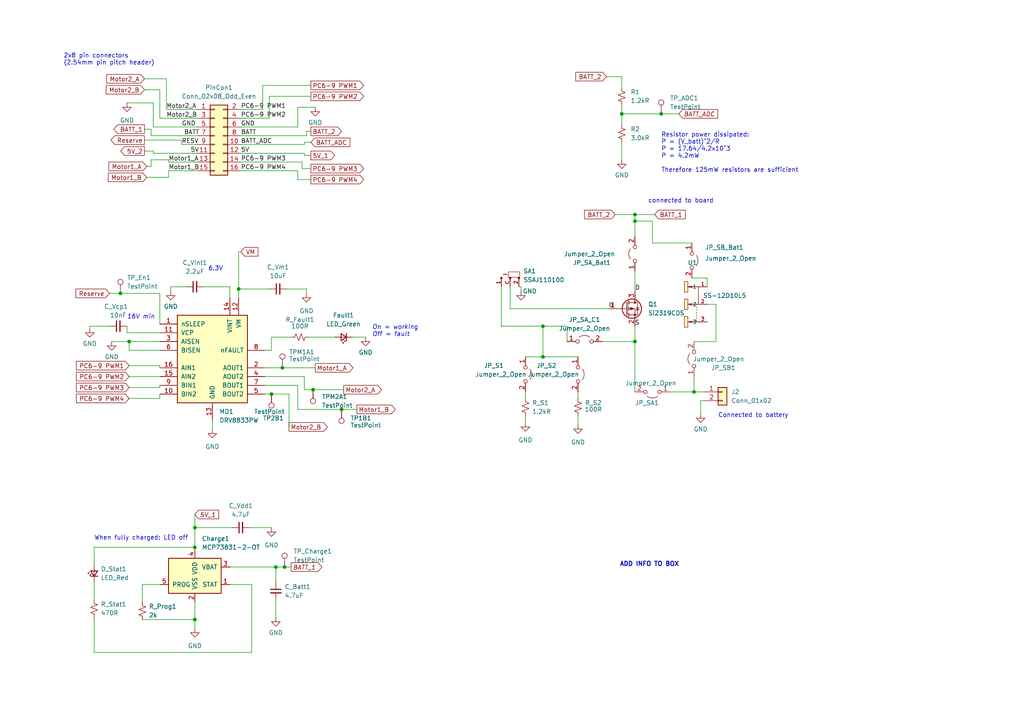
<source format=kicad_sch>
(kicad_sch (version 20211123) (generator eeschema)
  (paper "A4")
  (lib_symbols
    (symbol "Battery_Management:MCP73831-2-OT" (pin_names (offset 1.016))
      (property "Reference" "U" (at -7.62 6.35 0))
      (property "Value" "MCP73831-2-OT" (at 1.27 6.35 0))
      (symbol "MCP73831-2-OT_0_1"
        (rectangle (start -7.62 5.08) (end 7.62 -5.08) (stroke (width 0.254)) (fill (type background)))
      )
      (symbol "MCP73831-2-OT_1_1"
        (pin output line (at 10.16 -2.54 180) (length 2.54) (name "STAT") (number "1"))
        (pin power_in line (at 0 -7.62 90) (length 2.54) (name "VSS") (number "2"))
        (pin power_out line (at 10.16 2.54 180) (length 2.54) (name "VBAT") (number "3"))
        (pin power_in line (at 0 7.62 270) (length 2.54) (name "VDD") (number "4"))
        (pin input line (at -10.16 -2.54 0) (length 2.54) (name "PROG") (number "5"))
      )
    )
    (symbol "Connector:TestPoint" (pin_numbers hide) (pin_names (offset 0.762) hide)
      (property "Reference" "TP" (at 0 6.858 0))
      (property "Value" "TestPoint" (at 0 5.08 0))
      (symbol "TestPoint_0_1"
        (circle (center 0 3.302) (radius 0.762))
      )
      (symbol "TestPoint_1_1"
        (pin passive line (at 0 0 90) (length 2.54) (name "1") (number "1"))
      )
    )
    (symbol "Connector_Generic:Conn_01x02" (pin_names (offset 1.016) hide)
      (property "Reference" "J" (at 0 2.54 0))
      (property "Value" "Conn_01x02" (at 0 -5.08 0))
      (symbol "Conn_01x02_1_1"
        (rectangle (start -1.27 -2.413) (end 0 -2.667) (stroke (width 0.1524)))
        (rectangle (start -1.27 0.127) (end 0 -0.127) (stroke (width 0.1524)))
        (rectangle (start -1.27 1.27) (end 1.27 -3.81) (stroke (width 0.254)) (fill (type background)))
        (pin passive line (at -5.08 0 0) (length 3.81) (name "Pin_1") (number "1"))
        (pin passive line (at -5.08 -2.54 0) (length 3.81) (name "Pin_2") (number "2"))
      )
    )
    (symbol "Connector_Generic:Conn_02x08_Odd_Even" (pin_names (offset 1.016) hide)
      (property "Reference" "J" (at 1.27 10.16 0))
      (property "Value" "Conn_02x08_Odd_Even" (at 1.27 -12.7 0))
      (symbol "Conn_02x08_Odd_Even_1_1"
        (rectangle (start -1.27 -10.033) (end 0 -10.287) (stroke (width 0.1524)))
        (rectangle (start -1.27 -7.493) (end 0 -7.747) (stroke (width 0.1524)))
        (rectangle (start -1.27 -4.953) (end 0 -5.207) (stroke (width 0.1524)))
        (rectangle (start -1.27 -2.413) (end 0 -2.667) (stroke (width 0.1524)))
        (rectangle (start -1.27 0.127) (end 0 -0.127) (stroke (width 0.1524)))
        (rectangle (start -1.27 2.667) (end 0 2.413) (stroke (width 0.1524)))
        (rectangle (start -1.27 5.207) (end 0 4.953) (stroke (width 0.1524)))
        (rectangle (start -1.27 7.747) (end 0 7.493) (stroke (width 0.1524)))
        (rectangle (start -1.27 8.89) (end 3.81 -11.43) (stroke (width 0.254)) (fill (type background)))
        (rectangle (start 3.81 -10.033) (end 2.54 -10.287) (stroke (width 0.1524)))
        (rectangle (start 3.81 -7.493) (end 2.54 -7.747) (stroke (width 0.1524)))
        (rectangle (start 3.81 -4.953) (end 2.54 -5.207) (stroke (width 0.1524)))
        (rectangle (start 3.81 -2.413) (end 2.54 -2.667) (stroke (width 0.1524)))
        (rectangle (start 3.81 0.127) (end 2.54 -0.127) (stroke (width 0.1524)))
        (rectangle (start 3.81 2.667) (end 2.54 2.413) (stroke (width 0.1524)))
        (rectangle (start 3.81 5.207) (end 2.54 4.953) (stroke (width 0.1524)))
        (rectangle (start 3.81 7.747) (end 2.54 7.493) (stroke (width 0.1524)))
        (pin passive line (at -5.08 7.62 0) (length 3.81) (name "Pin_1") (number "1"))
        (pin passive line (at 7.62 -2.54 180) (length 3.81) (name "Pin_10") (number "10"))
        (pin passive line (at -5.08 -5.08 0) (length 3.81) (name "Pin_11") (number "11"))
        (pin passive line (at 7.62 -5.08 180) (length 3.81) (name "Pin_12") (number "12"))
        (pin passive line (at -5.08 -7.62 0) (length 3.81) (name "Pin_13") (number "13"))
        (pin passive line (at 7.62 -7.62 180) (length 3.81) (name "Pin_14") (number "14"))
        (pin passive line (at -5.08 -10.16 0) (length 3.81) (name "Pin_15") (number "15"))
        (pin passive line (at 7.62 -10.16 180) (length 3.81) (name "Pin_16") (number "16"))
        (pin passive line (at 7.62 7.62 180) (length 3.81) (name "Pin_2") (number "2"))
        (pin passive line (at -5.08 5.08 0) (length 3.81) (name "Pin_3") (number "3"))
        (pin passive line (at 7.62 5.08 180) (length 3.81) (name "Pin_4") (number "4"))
        (pin passive line (at -5.08 2.54 0) (length 3.81) (name "Pin_5") (number "5"))
        (pin passive line (at 7.62 2.54 180) (length 3.81) (name "Pin_6") (number "6"))
        (pin passive line (at -5.08 0 0) (length 3.81) (name "Pin_7") (number "7"))
        (pin passive line (at 7.62 0 180) (length 3.81) (name "Pin_8") (number "8"))
        (pin passive line (at -5.08 -2.54 0) (length 3.81) (name "Pin_9") (number "9"))
      )
    )
    (symbol "Device:C_Small" (pin_numbers hide) (pin_names (offset 0.254) hide)
      (property "Reference" "C" (at 0.254 1.778 0))
      (property "Value" "C_Small" (at 0.254 -2.032 0))
      (symbol "C_Small_0_1"
        (polyline (pts (xy -1.524 -0.508) (xy 1.524 -0.508)) (stroke (width 0.3302)))
        (polyline (pts (xy -1.524 0.508) (xy 1.524 0.508)) (stroke (width 0.3048)))
      )
      (symbol "C_Small_1_1"
        (pin passive line (at 0 2.54 270) (length 2.032) (name "~") (number "1"))
        (pin passive line (at 0 -2.54 90) (length 2.032) (name "~") (number "2"))
      )
    )
    (symbol "Device:LED_Small" (pin_numbers hide) (pin_names (offset 0.254) hide)
      (property "Reference" "D" (at -1.27 3.175 0))
      (property "Value" "LED_Small" (at -4.445 -2.54 0))
      (symbol "LED_Small_0_1"
        (polyline (pts (xy -0.762 -1.016) (xy -0.762 1.016)) (stroke (width 0.254)))
        (polyline (pts (xy 1.016 0) (xy -0.762 0)))
        (polyline (pts (xy 0.762 -1.016) (xy -0.762 0) (xy 0.762 1.016) (xy 0.762 -1.016)) (stroke (width 0.254)))
        (polyline (pts (xy 0 0.762) (xy -0.508 1.27) (xy -0.254 1.27) (xy -0.508 1.27) (xy -0.508 1.016)))
        (polyline (pts (xy 0.508 1.27) (xy 0 1.778) (xy 0.254 1.778) (xy 0 1.778) (xy 0 1.524)))
      )
      (symbol "LED_Small_1_1"
        (pin passive line (at -2.54 0 0) (length 1.778) (name "K") (number "1"))
        (pin passive line (at 2.54 0 180) (length 1.778) (name "A") (number "2"))
      )
    )
    (symbol "Device:R_Small_US" (pin_numbers hide) (pin_names (offset 0.254) hide)
      (property "Reference" "R" (at 0.762 0.508 0))
      (property "Value" "R_Small_US" (at 0.762 -1.016 0))
      (symbol "R_Small_US_1_1"
        (polyline (pts (xy 0 0) (xy 1.016 -0.381) (xy 0 -0.762) (xy -1.016 -1.143) (xy 0 -1.524)))
        (polyline (pts (xy 0 1.524) (xy 1.016 1.143) (xy 0 0.762) (xy -1.016 0.381) (xy 0 0)))
        (pin passive line (at 0 2.54 270) (length 1.016) (name "~") (number "1"))
        (pin passive line (at 0 -2.54 90) (length 1.016) (name "~") (number "2"))
      )
    )
    (symbol "Driver_Motor:DRV8833PW" (pin_names (offset 1.016))
      (property "Reference" "U" (at -3.81 16.51 0))
      (property "Value" "DRV8833PW" (at -3.81 13.97 0))
      (symbol "DRV8833PW_0_1"
        (rectangle (start -10.16 12.7) (end 10.16 -12.7) (stroke (width 0.254)) (fill (type background)))
      )
      (symbol "DRV8833PW_1_1"
        (pin input line (at -15.24 10.16 0) (length 5.08) (name "nSLEEP") (number "1"))
        (pin input line (at -15.24 -10.16 0) (length 5.08) (name "BIN2") (number "10"))
        (pin bidirectional line (at -15.24 7.62 0) (length 5.08) (name "VCP") (number "11"))
        (pin power_in line (at 7.62 17.78 270) (length 5.08) (name "VM") (number "12"))
        (pin power_in line (at 0 -17.78 90) (length 5.08) (name "GND") (number "13"))
        (pin power_in line (at 5.08 17.78 270) (length 5.08) (name "VINT") (number "14"))
        (pin input line (at -15.24 -5.08 0) (length 5.08) (name "AIN2") (number "15"))
        (pin input line (at -15.24 -2.54 0) (length 5.08) (name "AIN1") (number "16"))
        (pin power_out line (at 15.24 -2.54 180) (length 5.08) (name "AOUT1") (number "2"))
        (pin bidirectional line (at -15.24 5.08 0) (length 5.08) (name "AISEN") (number "3"))
        (pin power_out line (at 15.24 -5.08 180) (length 5.08) (name "AOUT2") (number "4"))
        (pin power_out line (at 15.24 -10.16 180) (length 5.08) (name "BOUT2") (number "5"))
        (pin bidirectional line (at -15.24 2.54 0) (length 5.08) (name "BISEN") (number "6"))
        (pin power_out line (at 15.24 -7.62 180) (length 5.08) (name "BOUT1") (number "7"))
        (pin open_collector line (at 15.24 2.54 180) (length 5.08) (name "nFAULT") (number "8"))
        (pin input line (at -15.24 -7.62 0) (length 5.08) (name "BIN1") (number "9"))
      )
    )
    (symbol "Jumper:Jumper_2_Open" (pin_names (offset 0) hide)
      (property "Reference" "JP" (at 0 2.794 0))
      (property "Value" "Jumper_2_Open" (at 0 -2.286 0))
      (symbol "Jumper_2_Open_0_0"
        (circle (center -2.032 0) (radius 0.508))
        (circle (center 2.032 0) (radius 0.508))
      )
      (symbol "Jumper_2_Open_0_1"
        (arc (start 1.524 1.27) (mid 0 1.778) (end -1.524 1.27))
      )
      (symbol "Jumper_2_Open_1_1"
        (pin passive line (at -5.08 0 0) (length 2.54) (name "A") (number "1"))
        (pin passive line (at 5.08 0 180) (length 2.54) (name "B") (number "2"))
      )
    )
    (symbol "SS-12D10L5:SS-12D10L5"
      (property "Reference" "U" (at 0 1.27 0))
      (property "Value" "SS-12D10L5" (at 0 -2.54 0))
      (symbol "SS-12D10L5_0_1"
        (rectangle (start -6.604 -3.048) (end -3.556 -4.064) (fill (type background)))
        (rectangle (start -1.524 -3.048) (end 1.524 -4.064) (fill (type background)))
        (polyline (pts (xy -5.08 -3.048) (xy -5.334 -1.778)))
        (polyline (pts (xy -5.08 -3.048) (xy -4.826 -1.778)))
        (polyline (pts (xy 0 -3.048) (xy -0.254 -1.778)))
        (polyline (pts (xy 0 -3.048) (xy 0.254 -1.778)))
        (polyline (pts (xy 0 0) (xy 0 -1.27)))
        (polyline (pts (xy 0.762 -0.508) (xy 1.016 -0.508)))
        (polyline (pts (xy 1.524 -0.508) (xy 1.778 -0.508)))
        (polyline (pts (xy 2.286 -0.508) (xy 2.54 -0.508)))
        (polyline (pts (xy 3.048 -0.508) (xy 3.302 -0.508)))
        (polyline (pts (xy 3.81 -0.508) (xy 4.064 -0.508)))
        (polyline (pts (xy 4.572 -0.508) (xy 4.826 -0.508)))
        (polyline (pts (xy 5.08 -3.048) (xy 4.826 -1.778)))
        (polyline (pts (xy 5.08 -3.048) (xy 5.334 -1.778)))
        (polyline (pts (xy 5.08 0.635) (xy 5.08 -0.635)))
        (polyline (pts (xy 0 -2.54) (xy 0 -0.508) (xy 0.254 -0.508)))
        (polyline (pts (xy 4.826 -0.508) (xy 5.08 -0.508) (xy 5.08 -2.54)))
        (polyline (pts (xy -5.08 -3.048) (xy -5.08 0) (xy -2.54 0) (xy 0 0)))
        (rectangle (start 3.556 -3.048) (end 6.604 -4.064) (fill (type background)))
        (pin unspecified line (at -5.08 2.54 270) (length 2.54) (name "1") (number "1"))
        (pin unspecified line (at 0 2.54 270) (length 2.54) (name "2") (number "2"))
        (pin unspecified line (at 5.08 2.54 270) (length 2.54) (name "3") (number "3"))
      )
    )
    (symbol "SSAJ110100:SSAJ110100" (pin_names (offset 1.016))
      (property "Reference" "S" (at -2.5432 5.08 0))
      (property "Value" "SSAJ110100" (at -2.5411 -5.7158 0))
      (symbol "SSAJ110100_0_0"
        (circle (center 0 -2.54) (radius 0.2) (stroke (width 0.3)))
        (polyline (pts (xy 0.254 0.508) (xy 0.254 -2.794)) (stroke (width 0.127)))
        (polyline (pts (xy 0.254 0.508) (xy 1.778 0.508)) (stroke (width 0.127)))
        (polyline (pts (xy 1.016 0.508) (xy 1.016 1.27)) (stroke (width 0.127)))
        (polyline (pts (xy 1.016 1.27) (xy 1.016 2.032)) (stroke (width 0.127)))
        (polyline (pts (xy 1.016 2.032) (xy 1.27 1.27)) (stroke (width 0.127)))
        (polyline (pts (xy 1.27 1.27) (xy 1.016 1.27)) (stroke (width 0.127)))
        (polyline (pts (xy 1.778 -2.794) (xy 0.254 -2.794)) (stroke (width 0.127)))
        (polyline (pts (xy 1.778 0.508) (xy 1.778 -2.794)) (stroke (width 0.127)))
        (circle (center 0 0) (radius 0.2) (stroke (width 0.3)))
        (circle (center 0 2.54) (radius 0.2) (stroke (width 0.3)))
        (pin passive line (at -2.54 2.54 0) (length 2.54) (name "~") (number "1"))
        (pin passive line (at -2.54 -2.54 0) (length 2.54) (name "~") (number "2"))
        (pin passive line (at -2.54 0 0) (length 2.54) (name "~") (number "C"))
      )
    )
    (symbol "Transistor_FET:Si2319CDS" (pin_names hide)
      (property "Reference" "Q" (at 5.08 1.905 0))
      (property "Value" "Si2319CDS" (at 5.08 0 0))
      (symbol "Si2319CDS_0_1"
        (polyline (pts (xy 0.254 0) (xy -2.54 0)))
        (polyline (pts (xy 0.254 1.905) (xy 0.254 -1.905)) (stroke (width 0.254)))
        (polyline (pts (xy 0.762 -1.27) (xy 0.762 -2.286)) (stroke (width 0.254)))
        (polyline (pts (xy 0.762 0.508) (xy 0.762 -0.508)) (stroke (width 0.254)))
        (polyline (pts (xy 0.762 2.286) (xy 0.762 1.27)) (stroke (width 0.254)))
        (polyline (pts (xy 2.54 2.54) (xy 2.54 1.778)))
        (polyline (pts (xy 2.54 -2.54) (xy 2.54 0) (xy 0.762 0)))
        (polyline (pts (xy 0.762 1.778) (xy 3.302 1.778) (xy 3.302 -1.778) (xy 0.762 -1.778)))
        (polyline (pts (xy 2.286 0) (xy 1.27 0.381) (xy 1.27 -0.381) (xy 2.286 0)) (fill (type outline)))
        (polyline (pts (xy 2.794 -0.508) (xy 2.921 -0.381) (xy 3.683 -0.381) (xy 3.81 -0.254)))
        (polyline (pts (xy 3.302 -0.381) (xy 2.921 0.254) (xy 3.683 0.254) (xy 3.302 -0.381)))
        (circle (center 1.651 0) (radius 2.794) (stroke (width 0.254)))
        (circle (center 2.54 -1.778) (radius 0.254) (fill (type outline)))
        (circle (center 2.54 1.778) (radius 0.254) (fill (type outline)))
      )
      (symbol "Si2319CDS_1_1"
        (pin input line (at -5.08 0 0) (length 2.54) (name "G") (number "1"))
        (pin passive line (at 2.54 -5.08 90) (length 2.54) (name "S") (number "2"))
        (pin passive line (at 2.54 5.08 270) (length 2.54) (name "D") (number "3"))
      )
    )
    (symbol "power:GND" (power) (pin_names (offset 0))
      (property "Value" "GND" (at 0 -3.81 0))
      (symbol "GND_0_1"
        (polyline (pts (xy 0 0) (xy 0 -1.27) (xy 1.27 -1.27) (xy 0 -2.54) (xy -1.27 -1.27) (xy 0 -1.27)))
      )
      (symbol "GND_1_1"
        (pin power_in line (at 0 0 270) (length 0) hide (name "GND") (number "1"))
      )
    )
  )
  (junction (at 90.805 113.03))
  (junction (at 157.48 103.505))
  (junction (at 56.515 179.705))
  (junction (at 56.515 158.75))
  (junction (at 37.465 99.06))
  (junction (at 201.295 113.665))
  (junction (at 191.77 33.02))
  (junction (at 78.74 114.3))
  (junction (at 34.925 85.09))
  (junction (at 184.15 64.135))
  (junction (at 80.01 164.465))
  (junction (at 81.915 106.68))
  (junction (at 184.15 99.06))
  (junction (at 180.34 33.02))
  (junction (at 157.48 94.615))
  (junction (at 184.15 62.23))
  (junction (at 99.06 118.745))
  (junction (at 56.515 153.035))
  (junction (at 82.55 164.465))
  (junction (at 69.215 83.82))
  (wire (pts (xy 48.895 49.53) (xy 57.15 49.53)))
  (wire (pts (xy 203.2 116.205) (xy 204.47 116.205)))
  (wire (pts (xy 90.805 113.03) (xy 99.695 113.03)))
  (wire (pts (xy 56.515 174.625) (xy 56.515 179.705)))
  (wire (pts (xy 56.515 149.225) (xy 56.515 153.035)))
  (wire (pts (xy 46.355 26.035) (xy 41.91 26.035)))
  (wire (pts (xy 46.355 85.09) (xy 34.925 85.09)))
  (wire (pts (xy 78.74 97.79) (xy 78.74 101.6)))
  (wire (pts (xy 87.63 48.895) (xy 90.17 48.895)))
  (wire (pts (xy 180.34 41.275) (xy 180.34 46.355)))
  (wire (pts (xy 43.815 39.37) (xy 57.15 39.37)))
  (wire (pts (xy 78.105 27.94) (xy 90.17 27.94)))
  (wire (pts (xy 200.66 70.485) (xy 189.23 70.485)))
  (wire (pts (xy 180.34 22.225) (xy 175.895 22.225)))
  (wire (pts (xy 167.64 120.65) (xy 167.64 123.19)))
  (wire (pts (xy 42.545 51.435) (xy 48.895 51.435)))
  (wire (pts (xy 203.2 120.015) (xy 203.2 116.205)))
  (wire (pts (xy 48.26 22.86) (xy 48.26 31.75)))
  (wire (pts (xy 46.355 101.6) (xy 37.465 101.6)))
  (wire (pts (xy 69.85 36.83) (xy 86.36 36.83)))
  (wire (pts (xy 69.215 83.82) (xy 69.215 86.36)))
  (wire (pts (xy 145.415 94.615) (xy 157.48 94.615)))
  (wire (pts (xy 184.15 64.135) (xy 184.15 68.58)))
  (wire (pts (xy 80.01 168.91) (xy 80.01 164.465)))
  (wire (pts (xy 46.355 34.29) (xy 46.355 26.035)))
  (wire (pts (xy 194.31 113.665) (xy 201.295 113.665)))
  (wire (pts (xy 76.835 106.68) (xy 81.915 106.68)))
  (wire (pts (xy 184.15 99.06) (xy 184.15 113.665)))
  (wire (pts (xy 201.295 109.22) (xy 201.295 113.665)))
  (wire (pts (xy 41.275 179.705) (xy 56.515 179.705)))
  (wire (pts (xy 37.465 112.395) (xy 46.355 112.395)))
  (wire (pts (xy 69.85 49.53) (xy 86.36 49.53)))
  (wire (pts (xy 78.74 101.6) (xy 76.835 101.6)))
  (wire (pts (xy 86.36 49.53) (xy 86.36 52.07)))
  (wire (pts (xy 88.265 44.45) (xy 88.265 45.085)))
  (wire (pts (xy 43.815 39.37) (xy 43.815 37.465)))
  (wire (pts (xy 66.675 169.545) (xy 73.025 169.545)))
  (wire (pts (xy 86.36 31.115) (xy 91.44 31.115)))
  (wire (pts (xy 48.895 49.53) (xy 48.895 51.435)))
  (wire (pts (xy 99.06 118.745) (xy 86.36 118.745)))
  (wire (pts (xy 26.035 94.615) (xy 26.035 95.25)))
  (wire (pts (xy 152.4 120.65) (xy 152.4 122.555)))
  (wire (pts (xy 82.55 164.465) (xy 84.455 164.465)))
  (wire (pts (xy 27.305 163.83) (xy 27.305 158.75)))
  (wire (pts (xy 69.215 83.82) (xy 69.215 73.025)))
  (wire (pts (xy 76.835 109.22) (xy 88.265 109.22)))
  (wire (pts (xy 86.36 118.745) (xy 86.36 111.76)))
  (wire (pts (xy 49.53 83.185) (xy 49.53 84.455)))
  (wire (pts (xy 83.82 114.3) (xy 83.82 123.825)))
  (wire (pts (xy 32.385 99.06) (xy 37.465 99.06)))
  (wire (pts (xy 86.36 36.83) (xy 86.36 31.115)))
  (wire (pts (xy 69.215 83.82) (xy 78.105 83.82)))
  (wire (pts (xy 48.895 46.99) (xy 57.15 46.99)))
  (wire (pts (xy 73.025 169.545) (xy 73.025 189.23)))
  (wire (pts (xy 207.645 88.265) (xy 207.645 99.06)))
  (wire (pts (xy 180.34 33.02) (xy 191.77 33.02)))
  (wire (pts (xy 180.34 33.02) (xy 180.34 36.195)))
  (wire (pts (xy 66.675 86.36) (xy 66.675 83.185)))
  (wire (pts (xy 31.75 94.615) (xy 26.035 94.615)))
  (wire (pts (xy 48.26 22.86) (xy 41.91 22.86)))
  (wire (pts (xy 80.01 164.465) (xy 82.55 164.465)))
  (wire (pts (xy 37.465 99.06) (xy 37.465 101.6)))
  (wire (pts (xy 184.15 78.74) (xy 184.15 84.455)))
  (wire (pts (xy 69.85 44.45) (xy 88.265 44.45)))
  (wire (pts (xy 73.025 189.23) (xy 27.305 189.23)))
  (wire (pts (xy 201.295 113.665) (xy 204.47 113.665)))
  (wire (pts (xy 184.15 62.23) (xy 189.865 62.23)))
  (wire (pts (xy 36.83 96.52) (xy 36.83 94.615)))
  (wire (pts (xy 46.355 96.52) (xy 36.83 96.52)))
  (wire (pts (xy 205.105 80.645) (xy 205.105 83.185)))
  (wire (pts (xy 48.895 46.355) (xy 43.815 46.355)))
  (wire (pts (xy 180.34 30.48) (xy 180.34 33.02)))
  (wire (pts (xy 44.45 44.45) (xy 57.15 44.45)))
  (wire (pts (xy 76.2 31.75) (xy 76.2 24.765)))
  (wire (pts (xy 88.265 41.91) (xy 88.265 41.275)))
  (wire (pts (xy 69.215 73.025) (xy 69.85 73.025)))
  (wire (pts (xy 207.645 88.265) (xy 205.105 88.265)))
  (wire (pts (xy 44.45 44.45) (xy 44.45 43.815)))
  (wire (pts (xy 147.955 89.535) (xy 176.53 89.535)))
  (wire (pts (xy 37.465 99.06) (xy 46.355 99.06)))
  (wire (pts (xy 88.265 113.03) (xy 90.805 113.03)))
  (wire (pts (xy 167.64 113.665) (xy 167.64 115.57)))
  (wire (pts (xy 44.45 29.845) (xy 36.83 29.845)))
  (wire (pts (xy 37.465 109.22) (xy 46.355 109.22)))
  (wire (pts (xy 152.4 113.665) (xy 152.4 115.57)))
  (wire (pts (xy 69.85 41.91) (xy 88.265 41.91)))
  (wire (pts (xy 66.675 164.465) (xy 80.01 164.465)))
  (wire (pts (xy 66.675 83.185) (xy 59.055 83.185)))
  (wire (pts (xy 43.815 48.26) (xy 42.545 48.26)))
  (wire (pts (xy 81.915 106.68) (xy 91.44 106.68)))
  (wire (pts (xy 191.77 33.02) (xy 196.85 33.02)))
  (wire (pts (xy 27.305 158.75) (xy 56.515 158.75)))
  (wire (pts (xy 27.305 168.91) (xy 27.305 173.99)))
  (wire (pts (xy 48.26 31.75) (xy 57.15 31.75)))
  (wire (pts (xy 69.85 39.37) (xy 88.9 39.37)))
  (wire (pts (xy 56.515 153.035) (xy 67.31 153.035)))
  (wire (pts (xy 76.2 24.765) (xy 90.17 24.765)))
  (wire (pts (xy 41.275 169.545) (xy 41.275 174.625)))
  (wire (pts (xy 56.515 158.75) (xy 56.515 159.385)))
  (wire (pts (xy 27.305 189.23) (xy 27.305 179.07)))
  (wire (pts (xy 34.925 85.09) (xy 31.75 85.09)))
  (wire (pts (xy 52.705 40.64) (xy 52.705 41.91)))
  (wire (pts (xy 37.465 115.57) (xy 46.355 115.57)))
  (wire (pts (xy 102.235 97.79) (xy 106.045 97.79)))
  (wire (pts (xy 88.9 83.82) (xy 88.9 85.09)))
  (wire (pts (xy 37.465 106.045) (xy 46.355 106.045)))
  (wire (pts (xy 52.705 41.91) (xy 57.15 41.91)))
  (wire (pts (xy 178.435 62.23) (xy 184.15 62.23)))
  (wire (pts (xy 80.01 173.99) (xy 80.01 179.07)))
  (wire (pts (xy 88.9 39.37) (xy 88.9 38.1)))
  (wire (pts (xy 56.515 153.035) (xy 56.515 158.75)))
  (wire (pts (xy 72.39 153.035) (xy 78.74 153.035)))
  (wire (pts (xy 43.815 46.355) (xy 43.815 48.26)))
  (wire (pts (xy 180.34 25.4) (xy 180.34 22.225)))
  (wire (pts (xy 46.355 106.045) (xy 46.355 106.68)))
  (wire (pts (xy 147.955 89.535) (xy 147.955 83.185)))
  (wire (pts (xy 200.66 80.645) (xy 205.105 80.645)))
  (wire (pts (xy 69.85 46.99) (xy 87.63 46.99)))
  (wire (pts (xy 44.45 43.815) (xy 41.91 43.815)))
  (wire (pts (xy 184.15 94.615) (xy 184.15 99.06)))
  (wire (pts (xy 76.835 114.3) (xy 78.74 114.3)))
  (wire (pts (xy 88.9 38.1) (xy 90.17 38.1)))
  (wire (pts (xy 103.505 118.745) (xy 99.06 118.745)))
  (wire (pts (xy 189.23 64.135) (xy 184.15 64.135)))
  (wire (pts (xy 189.23 70.485) (xy 189.23 64.135)))
  (wire (pts (xy 184.15 62.23) (xy 184.15 64.135)))
  (wire (pts (xy 46.355 34.29) (xy 57.15 34.29)))
  (wire (pts (xy 88.265 45.085) (xy 90.17 45.085)))
  (wire (pts (xy 69.85 31.75) (xy 76.2 31.75)))
  (wire (pts (xy 87.63 46.99) (xy 87.63 48.895)))
  (wire (pts (xy 157.48 103.505) (xy 167.64 103.505)))
  (wire (pts (xy 43.815 37.465) (xy 41.91 37.465)))
  (wire (pts (xy 88.265 41.275) (xy 90.17 41.275)))
  (wire (pts (xy 44.45 36.83) (xy 44.45 29.845)))
  (wire (pts (xy 145.415 83.185) (xy 145.415 94.615)))
  (wire (pts (xy 88.265 109.22) (xy 88.265 113.03)))
  (wire (pts (xy 174.625 99.06) (xy 184.15 99.06)))
  (wire (pts (xy 69.85 34.29) (xy 78.105 34.29)))
  (wire (pts (xy 46.355 85.09) (xy 46.355 93.98)))
  (wire (pts (xy 157.48 94.615) (xy 157.48 103.505)))
  (wire (pts (xy 41.91 40.64) (xy 52.705 40.64)))
  (wire (pts (xy 56.515 179.705) (xy 56.515 182.245)))
  (wire (pts (xy 83.185 83.82) (xy 88.9 83.82)))
  (wire (pts (xy 46.355 115.57) (xy 46.355 114.3)))
  (wire (pts (xy 207.645 99.06) (xy 201.295 99.06)))
  (wire (pts (xy 86.36 52.07) (xy 90.17 52.07)))
  (wire (pts (xy 78.105 34.29) (xy 78.105 27.94)))
  (wire (pts (xy 46.355 169.545) (xy 41.275 169.545)))
  (wire (pts (xy 44.45 36.83) (xy 57.15 36.83)))
  (wire (pts (xy 164.465 99.06) (xy 164.465 94.615)))
  (wire (pts (xy 97.155 97.79) (xy 89.535 97.79)))
  (wire (pts (xy 151.13 83.185) (xy 150.495 83.185)))
  (wire (pts (xy 157.48 94.615) (xy 164.465 94.615)))
  (wire (pts (xy 152.4 103.505) (xy 157.48 103.505)))
  (wire (pts (xy 78.74 114.3) (xy 83.82 114.3)))
  (wire (pts (xy 84.455 97.79) (xy 78.74 97.79)))
  (wire (pts (xy 46.355 112.395) (xy 46.355 111.76)))
  (wire (pts (xy 86.36 111.76) (xy 76.835 111.76)))
  (wire (pts (xy 151.13 83.185) (xy 151.13 84.455)))
  (wire (pts (xy 53.975 83.185) (xy 49.53 83.185)))
  (wire (pts (xy 48.895 46.355) (xy 48.895 46.99)))
  (wire (pts (xy 61.595 121.92) (xy 61.595 124.46)))
  (text "Connected to battery\n" (at 208.28 121.285 0) (effects (font (size 1.27 1.27)) (justify left bottom)))
  (text "6.3V\n" (at 60.325 78.74 0) (effects (font (size 1.27 1.27) italic) (justify left bottom)))
  (text "When fully charged: LED off\n" (at 27.305 156.845 0) (effects (font (size 1.27 1.27)) (justify left bottom)))
  (text "2x8 pin connectors\n(2.54mm pin pitch header)" (at 18.415 19.05 0) (effects (font (size 1.27 1.27)) (justify left bottom)))
  (text "\n" (at 81.915 179.07 0) (effects (font (size 1.27 1.27)) (justify left bottom)))
  (text "On = working\nOff = fault\n" (at 107.95 97.79 0) (effects (font (size 1.27 1.27) italic) (justify left bottom)))
  (text "ADD INFO TO BOX" (at 179.705 164.465 0) (effects (font (size 1.27 1.27) bold) (justify left bottom)))
  (text "Resistor power dissipated:\nP = (V_batt)^2/R\nP = 17.64/4.2x10^3\nP = 4.2mW\n\nTherefore 125mW resistors are sufficient" (at 191.77 50.165 0) (effects (font (size 1.27 1.27)) (justify left bottom)))
  (text "connected to board\n" (at 187.96 59.055 0) (effects (font (size 1.27 1.27)) (justify left bottom)))
  (text "16V min" (at 36.83 92.71 0) (effects (font (size 1.27 1.27) italic) (justify left bottom)))
  (label "PC6-9 PWM3" (at 69.85 46.99 0))
  (label "5V" (at 55.245 44.45 0))
  (label "BATT" (at 69.85 39.37 0))
  (label "BATT_ADC" (at 69.85 41.91 0))
  (label "PC6-9 PWM1" (at 69.85 31.75 0))
  (label "5V" (at 69.85 44.45 0))
  (label "Motor1_B" (at 48.895 49.53 0))
  (label "G" (at 176.53 89.535 0))
  (label "Motor1_A" (at 48.895 46.99 0))
  (label "Motor2_A" (at 48.26 31.75 0))
  (label "PC6-9 PWM4" (at 69.85 49.53 0))
  (label "GND" (at 52.705 36.83 0))
  (label "S" (at 184.15 94.615 0))
  (label "PC6-9 PWM2" (at 69.85 34.29 0))
  (label "Motor2_B" (at 48.26 34.29 0))
  (label "RESV" (at 52.705 41.91 0))
  (label "D" (at 184.15 84.455 0))
  (label "GND" (at 69.85 36.83 0))
  (label "BATT" (at 53.34 39.37 0))
  (global_label "PC6-9 PWM4" (shape input) (at 37.465 115.57 180) (property "Intersheet References" "${INTERSHEET_REFS}" (effects hide)))
  (global_label "Reserve" (shape output) (at 41.91 40.64 180) (property "Intersheet References" "${INTERSHEET_REFS}" (effects hide)))
  (global_label "BATT_ADC" (shape input) (at 196.85 33.02 0) (effects (font italic)) (property "Intersheet References" "${INTERSHEET_REFS}" (effects hide)))
  (global_label "5V_1" (shape input) (at 56.515 149.225 0) (effects (font italic)) (property "Intersheet References" "${INTERSHEET_REFS}" (effects hide)))
  (global_label "BATT_2" (shape output) (at 90.17 38.1 0) (property "Intersheet References" "${INTERSHEET_REFS}" (effects hide)))
  (global_label "Motor1_A" (shape input) (at 42.545 48.26 180) (property "Intersheet References" "${INTERSHEET_REFS}" (effects hide)))
  (global_label "BATT_2" (shape input) (at 178.435 62.23 180) (property "Intersheet References" "${INTERSHEET_REFS}" (effects hide)))
  (global_label "PC6-9 PWM1" (shape output) (at 90.17 24.765 0) (property "Intersheet References" "${INTERSHEET_REFS}" (effects hide)))
  (global_label "BATT_2" (shape input) (at 175.895 22.225 180) (property "Intersheet References" "${INTERSHEET_REFS}" (effects hide)))
  (global_label "5V_1" (shape output) (at 90.17 45.085 0) (property "Intersheet References" "${INTERSHEET_REFS}" (effects hide)))
  (global_label "Motor1_A" (shape output) (at 91.44 106.68 0) (property "Intersheet References" "${INTERSHEET_REFS}" (effects hide)))
  (global_label "Motor2_B" (shape output) (at 83.82 123.825 0) (property "Intersheet References" "${INTERSHEET_REFS}" (effects hide)))
  (global_label "Motor1_B" (shape input) (at 42.545 51.435 180) (property "Intersheet References" "${INTERSHEET_REFS}" (effects hide)))
  (global_label "PC6-9 PWM4" (shape output) (at 90.17 52.07 0) (property "Intersheet References" "${INTERSHEET_REFS}" (effects hide)))
  (global_label "PC6-9 PWM1" (shape input) (at 37.465 106.045 180) (property "Intersheet References" "${INTERSHEET_REFS}" (effects hide)))
  (global_label "Motor2_A" (shape input) (at 41.91 22.86 180) (property "Intersheet References" "${INTERSHEET_REFS}" (effects hide)))
  (global_label "BATT_ADC" (shape input) (at 90.17 41.275 0) (property "Intersheet References" "${INTERSHEET_REFS}" (effects hide)))
  (global_label "BATT_1" (shape input) (at 189.865 62.23 0) (property "Intersheet References" "${INTERSHEET_REFS}" (effects hide)))
  (global_label "PC6-9 PWM3" (shape output) (at 90.17 48.895 0) (property "Intersheet References" "${INTERSHEET_REFS}" (effects hide)))
  (global_label "Motor1_B" (shape output) (at 103.505 118.745 0) (property "Intersheet References" "${INTERSHEET_REFS}" (effects hide)))
  (global_label "Reserve" (shape input) (at 31.75 85.09 180) (property "Intersheet References" "${INTERSHEET_REFS}" (effects hide)))
  (global_label "5V_2" (shape output) (at 41.91 43.815 180) (property "Intersheet References" "${INTERSHEET_REFS}" (effects hide)))
  (global_label "BATT_1" (shape output) (at 84.455 164.465 0) (effects (font italic)) (property "Intersheet References" "${INTERSHEET_REFS}" (effects hide)))
  (global_label "PC6-9 PWM3" (shape input) (at 37.465 112.395 180) (property "Intersheet References" "${INTERSHEET_REFS}" (effects hide)))
  (global_label "BATT_1" (shape output) (at 41.91 37.465 180) (property "Intersheet References" "${INTERSHEET_REFS}" (effects hide)))
  (global_label "Motor2_A" (shape output) (at 99.695 113.03 0) (property "Intersheet References" "${INTERSHEET_REFS}" (effects hide)))
  (global_label "PC6-9 PWM2" (shape output) (at 90.17 27.94 0) (property "Intersheet References" "${INTERSHEET_REFS}" (effects hide)))
  (global_label "Motor2_B" (shape input) (at 41.91 26.035 180) (property "Intersheet References" "${INTERSHEET_REFS}" (effects hide)))
  (global_label "VM" (shape input) (at 69.85 73.025 0) (property "Intersheet References" "${INTERSHEET_REFS}" (effects hide)))
  (global_label "PC6-9 PWM2" (shape input) (at 37.465 109.22 180) (property "Intersheet References" "${INTERSHEET_REFS}" (effects hide)))
  (symbol (lib_id "Device:R_Small_US") (at 180.34 27.94 0) (unit 1)
    (property "Reference" "R1" (at 182.88 26.6699 0) (effects (justify left)))
    (property "Value" "1.2kR" (at 182.88 29.2099 0) (effects (justify left)))
    (property "Footprint" "Resistor_SMD:R_0805_2012Metric" (effects hide))
    (property "Datasheet" "https://wmsc.lcsc.com/wmsc/upload/file/pdf/v2/lcsc/2206010216_UNI-ROYAL-Uniroyal-Elec-0805W8F1201T5E_C17379.pdf" (effects hide))
    (property "LCSC" " C17379" (effects hide))
    (property "Extended" "0" (effects hide))
    (property "Price" "0.0017" (effects hide))
    (property "Populate" "1" (effects hide))
  )
  (symbol (lib_id "Jumper:Jumper_2_Open") (at 167.64 108.585 270) (unit 1)
    (property "Reference" "JP_S2" (at 155.575 106.045 90) (effects (justify left)))
    (property "Value" "Jumper_2_Open" (at 153.035 108.585 90) (effects (justify left)))
    (property "Footprint" "Jumper:SolderJumper-2_P1.3mm_Open_Pad1.0x1.5mm" (effects hide))
  )
  (symbol (lib_id "power:GND") (at 106.045 97.79 0) (unit 1)
    (property "Reference" "#PWR0111" (effects hide))
    (property "Value" "GND" (at 106.045 102.235 0))
  )
  (symbol (lib_id "Connector_Generic:Conn_02x08_Odd_Even") (at 62.23 39.37 0) (unit 1) (in_bom no)
    (property "Reference" "PinCon1" (at 63.5 25.4 0))
    (property "Value" "Conn_02x08_Odd_Even" (at 63.5 27.94 0))
    (property "Footprint" "Connector_PinSocket_2.54mm:PinSocket_2x08_P2.54mm_Vertical" (effects hide))
    (property "Populate" "0" (effects hide))
  )
  (symbol (lib_id "power:GND") (at 88.9 85.09 0) (unit 1)
    (property "Reference" "#PWR0110" (effects hide))
    (property "Value" "GND" (at 88.9 90.17 0))
  )
  (symbol (lib_id "Device:C_Small") (at 80.645 83.82 90) (unit 1)
    (property "Reference" "C_Vm1" (at 80.6513 77.47 90))
    (property "Value" "10uF" (at 80.6513 80.01 90))
    (property "Footprint" "Capacitor_SMD:C_0603_1608Metric" (effects hide))
    (property "Datasheet" "https://wmsc.lcsc.com/wmsc/upload/file/pdf/v2/lcsc/2304140030_Samsung-Electro-Mechanics-CL10A106KP8NNNC_C19702.pdf" (effects hide))
    (property "LCSC" "C19702" (effects hide))
    (property "Extended" "0" (effects hide))
    (property "Price" "0.0055" (effects hide))
    (property "Populate" "1" (effects hide))
  )
  (symbol (lib_id "Battery_Management:MCP73831-2-OT") (at 56.515 167.005 0) (unit 1)
    (property "Reference" "Charge1" (at 58.5344 156.21 0) (effects (justify left)))
    (property "Value" "MCP73831-2-OT" (at 58.5344 158.75 0) (effects (justify left)))
    (property "Footprint" "Package_TO_SOT_SMD:SOT-23-5" (effects hide))
    (property "Datasheet" "http://ww1.microchip.com/downloads/en/DeviceDoc/20001984g.pdf" (effects hide))
    (property "LCSC" "C50506" (effects hide))
    (property "Extended" "1" (effects hide))
    (property "Price" "0.7064" (effects hide))
    (property "Populate" "1" (effects hide))
  )
  (symbol (lib_id "Device:R_Small_US") (at 180.34 38.735 0) (unit 1)
    (property "Reference" "R2" (at 182.88 37.4649 0) (effects (justify left)))
    (property "Value" "3.0kR" (at 182.88 40.0049 0) (effects (justify left)))
    (property "Footprint" "Resistor_SMD:R_0805_2012Metric" (effects hide))
    (property "Datasheet" "https://wmsc.lcsc.com/wmsc/upload/file/pdf/v2/lcsc/2206010200_UNI-ROYAL-Uniroyal-Elec-0805W8F3001T5E_C17661.pdf" (effects hide))
    (property "LCSC" "C17661" (effects hide))
    (property "Extended" "0" (effects hide))
    (property "Price" "0.0016" (effects hide))
    (property "Populate" "1" (effects hide))
  )
  (symbol (lib_id "Device:LED_Small") (at 99.695 97.79 180) (unit 1)
    (property "Reference" "Fault1" (at 99.6315 91.44 0))
    (property "Value" "LED_Green" (at 99.6315 93.98 0))
    (property "Footprint" "LED_SMD:LED_0805_2012Metric" (effects hide))
    (property "Datasheet" "https://jlcpcb.com/partdetail/18096-0805W8F1000T5E/C17408" (effects hide))
    (property "LCSC" "C2297" (effects hide))
    (property "Extended" "0" (effects hide))
    (property "Price" "0.0132" (effects hide))
    (property "Populate" "1" (effects hide))
  )
  (symbol (lib_id "Device:R_Small_US") (at 27.305 176.53 0) (unit 1)
    (property "Reference" "R_Stat1" (at 29.21 175.2599 0) (effects (justify left)))
    (property "Value" "470R" (at 29.21 177.7999 0) (effects (justify left)))
    (property "Footprint" "Resistor_SMD:R_0805_2012Metric" (effects hide))
    (property "Datasheet" "https://wmsc.lcsc.com/wmsc/upload/file/pdf/v2/lcsc/2206010200_UNI-ROYAL-Uniroyal-Elec-0805W8F4700T5E_C17710.pdf" (effects hide))
    (property "LCSC" "C17710" (effects hide))
    (property "Extended" "0" (effects hide))
    (property "Price" "0.0017" (effects hide))
    (property "Populate" "1" (effects hide))
  )
  (symbol (lib_id "SS-12D10L5:SS-12D10L5") (at 202.565 88.265 270) (unit 1)
    (property "Reference" "U1" (at 200.8505 76.2 90))
    (property "Value" "SS-12D10L5" (at 210.185 85.725 90))
    (property "Footprint" "SS-12D10L5:SW-TH_SS-12D10L5" (effects hide))
    (property "Datasheet" "https://item.szlcsc.com/300106.html" (effects hide))
    (property "LCSC" "C319012" (effects hide))
  )
  (symbol (lib_id "Connector:TestPoint") (at 78.74 114.3 180) (unit 1)
    (property "Reference" "TP2B1" (at 76.2 121.285 0) (effects (justify right)))
    (property "Value" "TestPoint" (at 73.66 119.38 0) (effects (justify right)))
    (property "Footprint" "TestPoint:TestPoint_Pad_D1.0mm" (effects hide))
  )
  (symbol (lib_id "Connector:TestPoint") (at 90.805 113.03 180) (unit 1)
    (property "Reference" "TPM2A1" (at 93.345 115.0619 0) (effects (justify right)))
    (property "Value" "TestPoint" (at 93.345 117.6019 0) (effects (justify right)))
    (property "Footprint" "TestPoint:TestPoint_Pad_D1.0mm" (effects hide))
  )
  (symbol (lib_id "Device:R_Small_US") (at 152.4 118.11 0) (unit 1)
    (property "Reference" "R_S1" (at 154.305 116.8399 0) (effects (justify left)))
    (property "Value" "1.2kR" (at 154.305 119.3799 0) (effects (justify left)))
    (property "Footprint" "Resistor_SMD:R_0805_2012Metric" (effects hide))
    (property "Datasheet" "https://wmsc.lcsc.com/wmsc/upload/file/pdf/v2/lcsc/2206010216_UNI-ROYAL-Uniroyal-Elec-0805W8F1201T5E_C17379.pdf" (effects hide))
    (property "LCSC" " C17379" (effects hide))
    (property "Extended" "0" (effects hide))
    (property "Price" "0.0017" (effects hide))
    (property "Populate" "1" (effects hide))
  )
  (symbol (lib_id "SSAJ110100:SSAJ110100") (at 147.955 80.645 90) (unit 1)
    (property "Reference" "SA1" (at 151.765 78.6291 90) (effects (justify right)))
    (property "Value" "SSAJ110100" (at 151.765 81.1691 90) (effects (justify right)))
    (property "Footprint" "SSAJ110100:SW_SSAJ110100" (effects hide))
    (property "MF" "ALPS" (effects hide))
    (property "MAXIMUM_PACKAGE_HEIGHT" "0.9 mm" (effects hide))
    (property "Package" "None" (effects hide))
    (property "Price" "None" (effects hide))
    (property "Check_prices" "https://www.snapeda.com/parts/SSAJ110100/ALPS/view-part/?ref=eda" (effects hide))
    (property "STANDARD" "Manufacturer Recommendations" (effects hide))
    (property "PARTREV" "N/A" (effects hide))
    (property "SnapEDA_Link" "https://www.snapeda.com/parts/SSAJ110100/ALPS/view-part/?ref=snap" (effects hide))
    (property "MP" "SSAJ110100" (effects hide))
    (property "Description" "\nSlide Switch • Rating (max.): 10 mA 5 VDC • Poles: 1 • Positions: 2 • Travel : 1.4 mm • Operating direction: Horizontal\n" (effects hide))
    (property "MANUFACTURER" "ALPS" (effects hide))
    (property "Availability" "In Stock" (effects hide))
    (property "SNAPEDA_PN" "SSAJ110100" (effects hide))
  )
  (symbol (lib_id "Connector_Generic:Conn_01x02") (at 209.55 113.665 0) (unit 1) (in_bom no)
    (property "Reference" "J2" (at 212.09 113.6649 0) (effects (justify left)))
    (property "Value" "Conn_01x02" (at 212.09 116.2049 0) (effects (justify left)))
    (property "Footprint" "Connector_JST:JST_PH_B2B-PH-K_1x02_P2.00mm_Vertical" (effects hide))
    (property "Populate" "0" (effects hide))
  )
  (symbol (lib_id "power:GND") (at 26.035 95.25 0) (unit 1)
    (property "Reference" "#PWR0106" (effects hide))
    (property "Value" "GND" (at 26.035 99.695 0))
  )
  (symbol (lib_id "Connector:TestPoint") (at 34.925 85.09 0) (unit 1)
    (property "Reference" "TP_En1" (at 36.83 80.5179 0) (effects (justify left)))
    (property "Value" "TestPoint" (at 36.83 83.0579 0) (effects (justify left)))
    (property "Footprint" "TestPoint:TestPoint_Pad_D1.0mm" (effects hide))
  )
  (symbol (lib_id "Device:C_Small") (at 80.01 171.45 0) (unit 1)
    (property "Reference" "C_Batt1" (at 82.55 170.1862 0) (effects (justify left)))
    (property "Value" "4.7uF" (at 82.55 172.7262 0) (effects (justify left)))
    (property "Footprint" "Capacitor_SMD:C_0603_1608Metric" (effects hide))
    (property "Datasheet" "https://wmsc.lcsc.com/wmsc/upload/file/pdf/v2/lcsc/2304140030_Samsung-Electro-Mechanics-CL10A475KO8NNNC_C19666.pdf" (effects hide))
    (property "LCSC" " C19666" (effects hide))
    (property "Extended" "0" (effects hide))
    (property "Price" "0.0098" (effects hide))
    (property "Populate" "1" (effects hide))
  )
  (symbol (lib_id "Connector:TestPoint") (at 81.915 106.68 0) (unit 1)
    (property "Reference" "TPM1A1" (at 83.82 102.1079 0) (effects (justify left)))
    (property "Value" "TestPoint" (at 83.82 104.14 0) (effects (justify left)))
    (property "Footprint" "TestPoint:TestPoint_Pad_D1.0mm" (effects hide))
  )
  (symbol (lib_id "Jumper:Jumper_2_Open") (at 152.4 108.585 270) (unit 1)
    (property "Reference" "JP_S1" (at 140.335 106.045 90) (effects (justify left)))
    (property "Value" "Jumper_2_Open" (at 137.795 108.585 90) (effects (justify left)))
    (property "Footprint" "Jumper:SolderJumper-2_P1.3mm_Open_Pad1.0x1.5mm" (effects hide))
  )
  (symbol (lib_id "power:GND") (at 36.83 29.845 0) (unit 1)
    (property "Reference" "#PWR0107" (effects hide))
    (property "Value" "GND" (at 36.83 34.925 0))
  )
  (symbol (lib_id "Transistor_FET:Si2319CDS") (at 181.61 89.535 0) (unit 1)
    (property "Reference" "Q1" (at 187.96 88.2649 0) (effects (justify left)))
    (property "Value" "Si2319CDS" (at 187.96 90.8049 0) (effects (justify left)))
    (property "Footprint" "Package_TO_SOT_SMD:SOT-23" (effects hide))
    (property "Datasheet" "http://www.vishay.com/docs/66709/si2319cd.pdf" (effects hide))
    (property "LCSC" "C5337197" (effects hide))
  )
  (symbol (lib_id "Connector:TestPoint") (at 191.77 33.02 0) (unit 1)
    (property "Reference" "TP_ADC1" (at 194.31 28.4479 0) (effects (justify left)))
    (property "Value" "TestPoint" (at 194.31 30.9879 0) (effects (justify left)))
    (property "Footprint" "TestPoint:TestPoint_Pad_D1.0mm" (effects hide))
  )
  (symbol (lib_id "Device:C_Small") (at 56.515 83.185 90) (unit 1)
    (property "Reference" "C_Vint1" (at 56.5213 76.2 90))
    (property "Value" "2.2uF" (at 56.5213 78.74 90))
    (property "Footprint" "Capacitor_SMD:C_0603_1608Metric" (effects hide))
    (property "Datasheet" "https://wmsc.lcsc.com/wmsc/upload/file/pdf/v2/lcsc/2304140030_Samsung-Electro-Mechanics-CL10A225KO8NNNC_C23630.pdf" (effects hide))
    (property "LCSC" "C23630" (effects hide))
    (property "Extended" "0" (effects hide))
    (property "Price" "0.0060" (effects hide))
    (property "Populate" "1" (effects hide))
  )
  (symbol (lib_id "power:GND") (at 203.2 120.015 0) (unit 1)
    (property "Reference" "#PWR0115" (effects hide))
    (property "Value" "GND" (at 203.2 124.46 0))
  )
  (symbol (lib_id "power:GND") (at 151.13 84.455 0) (unit 1)
    (property "Reference" "#PWR0116" (effects hide))
    (property "Value" "GND" (at 153.67 84.455 0))
  )
  (symbol (lib_id "power:GND") (at 61.595 124.46 0) (unit 1)
    (property "Reference" "#PWR0108" (effects hide))
    (property "Value" "GND" (at 61.595 129.54 0))
  )
  (symbol (lib_id "Device:R_Small_US") (at 167.64 118.11 180) (unit 1)
    (property "Reference" "R_S2" (at 172.085 116.84 0))
    (property "Value" "100R" (at 172.085 118.745 0))
    (property "Footprint" "Resistor_SMD:R_0805_2012Metric" (effects hide))
    (property "Datasheet" "https://jlcpcb.com/partdetail/18096-0805W8F1000T5E/C17408" (effects hide))
    (property "LCSC" "C17408" (effects hide))
    (property "Extended" "0" (effects hide))
    (property "Price" "0.0017" (effects hide))
    (property "Populate" "1" (effects hide))
  )
  (symbol (lib_id "Connector:TestPoint") (at 99.06 118.745 180) (unit 1)
    (property "Reference" "TP1B1" (at 101.6 121.285 0) (effects (justify right)))
    (property "Value" "TestPoint" (at 101.6 123.3169 0) (effects (justify right)))
    (property "Footprint" "TestPoint:TestPoint_Pad_D1.0mm" (effects hide))
  )
  (symbol (lib_id "power:GND") (at 80.01 179.07 0) (unit 1)
    (property "Reference" "#PWR0102" (effects hide))
    (property "Value" "GND" (at 80.01 183.515 0))
  )
  (symbol (lib_id "power:GND") (at 91.44 31.115 0) (unit 1)
    (property "Reference" "#PWR0112" (effects hide))
    (property "Value" "GND" (at 91.44 35.56 0))
  )
  (symbol (lib_id "power:GND") (at 78.74 153.035 0) (unit 1)
    (property "Reference" "#PWR0101" (effects hide))
    (property "Value" "GND" (at 78.74 158.115 0))
  )
  (symbol (lib_id "power:GND") (at 32.385 99.06 0) (unit 1)
    (property "Reference" "#PWR0109" (effects hide))
    (property "Value" "GND" (at 32.385 103.505 0))
  )
  (symbol (lib_id "Connector:TestPoint") (at 82.55 164.465 0) (unit 1)
    (property "Reference" "TP_Charge1" (at 85.09 159.8929 0) (effects (justify left)))
    (property "Value" "TestPoint" (at 85.09 162.4329 0) (effects (justify left)))
    (property "Footprint" "TestPoint:TestPoint_Pad_D1.0mm" (effects hide))
  )
  (symbol (lib_id "power:GND") (at 167.64 123.19 0) (unit 1)
    (property "Reference" "#PWR0113" (effects hide))
    (property "Value" "GND" (at 167.64 128.27 0))
  )
  (symbol (lib_id "Device:R_Small_US") (at 86.995 97.79 90) (unit 1)
    (property "Reference" "R_Fault1" (at 86.995 92.71 90))
    (property "Value" "100R" (at 86.995 94.615 90))
    (property "Footprint" "Resistor_SMD:R_0805_2012Metric" (effects hide))
    (property "Datasheet" "https://jlcpcb.com/partdetail/18096-0805W8F1000T5E/C17408" (effects hide))
    (property "LCSC" "C17408" (effects hide))
    (property "Extended" "0" (effects hide))
    (property "Price" "0.0017" (effects hide))
    (property "Populate" "1" (effects hide))
  )
  (symbol (lib_id "power:GND") (at 180.34 46.355 0) (unit 1)
    (property "Reference" "#PWR0103" (effects hide))
    (property "Value" "GND" (at 180.34 50.8 0))
  )
  (symbol (lib_id "Device:C_Small") (at 34.29 94.615 90) (unit 1)
    (property "Reference" "C_Vcp1" (at 33.655 88.9 90))
    (property "Value" "10nF" (at 34.29 91.44 90))
    (property "Footprint" "Capacitor_SMD:C_0603_1608Metric" (effects hide))
    (property "Datasheet" "https://wmsc.lcsc.com/wmsc/upload/file/pdf/v2/lcsc/2304140030_FH--Guangdong-Fenghua-Advanced-Tech-0603B103K500NT_C57112.pdf" (effects hide))
    (property "LCSC" " C57112" (effects hide))
    (property "Extended" "0" (effects hide))
    (property "Price" "0.0023" (effects hide))
    (property "Populate" "1" (effects hide))
  )
  (symbol (lib_id "power:GND") (at 56.515 182.245 0) (unit 1)
    (property "Reference" "#PWR0104" (effects hide))
    (property "Value" "GND" (at 56.515 187.325 0))
  )
  (symbol (lib_id "Jumper:Jumper_2_Open") (at 200.66 75.565 270) (unit 1)
    (property "Reference" "JP_SB_Bat1" (at 204.47 71.755 90) (effects (justify left)))
    (property "Value" "Jumper_2_Open" (at 204.47 74.93 90) (effects (justify left)))
    (property "Footprint" "Jumper:SolderJumper-2_P1.3mm_Open_Pad1.0x1.5mm" (effects hide))
  )
  (symbol (lib_id "power:GND") (at 152.4 122.555 0) (unit 1)
    (property "Reference" "#PWR0114" (effects hide))
    (property "Value" "GND" (at 152.4 127.635 0))
  )
  (symbol (lib_id "Device:R_Small_US") (at 41.275 177.165 0) (unit 1)
    (property "Reference" "R_Prog1" (at 43.18 175.8949 0) (effects (justify left)))
    (property "Value" "2k" (at 43.18 178.4349 0) (effects (justify left)))
    (property "Footprint" "Resistor_SMD:R_1206_3216Metric" (effects hide))
    (property "Datasheet" "https://wmsc.lcsc.com/wmsc/upload/file/pdf/v2/lcsc/2206010145_UNI-ROYAL-Uniroyal-Elec-1206W4F2001T5E_C17944.pdf" (effects hide))
    (property "LCSC" "C17944" (effects hide))
    (property "Extended" "0" (effects hide))
    (property "Price" "0.0028" (effects hide))
    (property "Populate" "1" (effects hide))
  )
  (symbol (lib_id "power:GND") (at 49.53 84.455 0) (unit 1)
    (property "Reference" "#PWR0105" (effects hide))
    (property "Value" "GND" (at 49.53 88.9 0))
  )
  (symbol (lib_id "Jumper:Jumper_2_Open") (at 184.15 73.66 90) (unit 1)
    (property "Reference" "JP_SA_Bat1" (at 177.165 76.2 90) (effects (justify left)))
    (property "Value" "Jumper_2_Open" (at 178.435 73.66 90) (effects (justify left)))
    (property "Footprint" "Jumper:SolderJumper-2_P1.3mm_Open_Pad1.0x1.5mm" (effects hide))
  )
  (symbol (lib_id "Device:LED_Small") (at 27.305 166.37 90) (unit 1)
    (property "Reference" "D_Stat1" (at 29.21 165.0364 90) (effects (justify right)))
    (property "Value" "LED_Red" (at 29.21 167.5764 90) (effects (justify right)))
    (property "Footprint" "LED_SMD:LED_0603_1608Metric" (effects hide))
    (property "Datasheet" "https://wmsc.lcsc.com/wmsc/upload/file/pdf/v2/lcsc/1810231112_Hubei-KENTO-Elec-KT-0603R_C2286.pdf" (effects hide))
    (property "LCSC" "C2286" (effects hide))
    (property "Extended" "0" (effects hide))
    (property "Price" "0.0053" (effects hide))
    (property "Populate" "1" (effects hide))
  )
  (symbol (lib_id "Jumper:Jumper_2_Open") (at 169.545 99.06 0) (unit 1)
    (property "Reference" "JP_SA_C1" (at 169.545 92.71 0))
    (property "Value" "Jumper_2_Open" (at 169.545 95.25 0))
    (property "Footprint" "Jumper:SolderJumper-2_P1.3mm_Open_Pad1.0x1.5mm" (effects hide))
  )
  (symbol (lib_id "Jumper:Jumper_2_Open") (at 189.23 113.665 180) (unit 1)
    (property "Reference" "JP_SA1" (at 191.135 116.84 0) (effects (justify left)))
    (property "Value" "Jumper_2_Open" (at 196.215 111.125 0) (effects (justify left)))
    (property "Footprint" "Jumper:SolderJumper-2_P1.3mm_Open_Pad1.0x1.5mm" (effects hide))
  )
  (symbol (lib_id "Jumper:Jumper_2_Open") (at 201.295 104.14 90) (unit 1)
    (property "Reference" "JP_SB1" (at 213.36 106.68 90) (effects (justify left)))
    (property "Value" "Jumper_2_Open" (at 215.9 104.14 90) (effects (justify left)))
    (property "Footprint" "Jumper:SolderJumper-2_P1.3mm_Open_Pad1.0x1.5mm" (effects hide))
  )
  (symbol (lib_id "Device:C_Small") (at 69.85 153.035 90) (unit 1)
    (property "Reference" "C_Vdd1" (at 69.8563 146.685 90))
    (property "Value" "4.7uF" (at 69.8563 149.225 90))
    (property "Footprint" "Capacitor_SMD:C_0603_1608Metric" (effects hide))
    (property "Datasheet" "https://wmsc.lcsc.com/wmsc/upload/file/pdf/v2/lcsc/2304140030_Samsung-Electro-Mechanics-CL10A475KO8NNNC_C19666.pdf" (effects hide))
    (property "LCSC" " C19666" (effects hide))
    (property "Extended" "0" (effects hide))
    (property "Price" "0.0098" (effects hide))
    (property "Populate" "1" (effects hide))
  )
  (symbol (lib_id "Driver_Motor:DRV8833PW") (at 61.595 104.14 0) (unit 1)
    (property "Reference" "MD1" (at 63.6144 119.38 0) (effects (justify left)))
    (property "Value" "DRV8833PW" (at 63.6144 121.92 0) (effects (justify left)))
    (property "Footprint" "Package_SO:TSSOP-16_4.4x5mm_P0.65mm" (effects hide))
    (property "Datasheet" "http://www.ti.com/lit/ds/symlink/drv8833.pdf" (effects hide))
    (property "LCSC" "C424093" (effects hide))
    (property "Extended" "1" (effects hide))
    (property "Price" "0.6915" (effects hide))
    (property "Populate" "1" (effects hide))
  )
)
</source>
